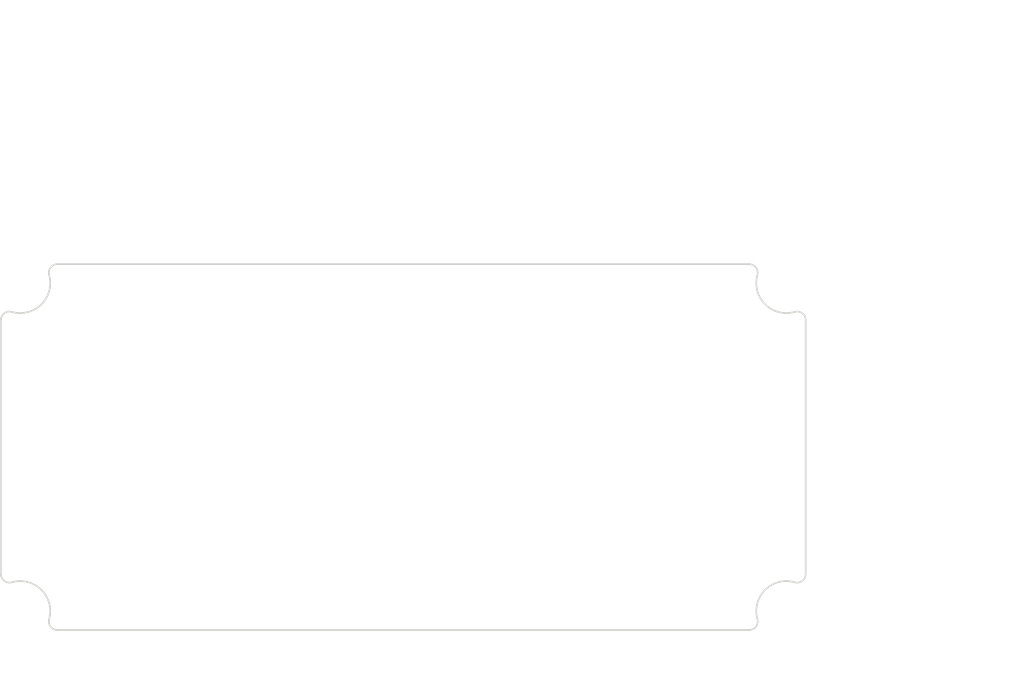
<source format=kicad_pcb>
(kicad_pcb (version 20171130) (host pcbnew "(5.1.0)-1")

  (general
    (thickness 1.6)
    (drawings 48)
    (tracks 0)
    (zones 0)
    (modules 0)
    (nets 1)
  )

  (page A4)
  (layers
    (0 F.Cu signal)
    (31 B.Cu signal)
    (32 B.Adhes user)
    (33 F.Adhes user)
    (34 B.Paste user)
    (35 F.Paste user)
    (36 B.SilkS user)
    (37 F.SilkS user)
    (38 B.Mask user)
    (39 F.Mask user)
    (40 Dwgs.User user)
    (41 Cmts.User user)
    (42 Eco1.User user)
    (43 Eco2.User user)
    (44 Edge.Cuts user)
    (45 Margin user)
    (46 B.CrtYd user)
    (47 F.CrtYd user)
    (48 B.Fab user)
    (49 F.Fab user)
  )

  (setup
    (last_trace_width 0.25)
    (trace_clearance 0.2)
    (zone_clearance 0.508)
    (zone_45_only no)
    (trace_min 0.2)
    (via_size 0.8)
    (via_drill 0.4)
    (via_min_size 0.4)
    (via_min_drill 0.3)
    (uvia_size 0.3)
    (uvia_drill 0.1)
    (uvias_allowed no)
    (uvia_min_size 0.2)
    (uvia_min_drill 0.1)
    (edge_width 0.05)
    (segment_width 0.2)
    (pcb_text_width 0.3)
    (pcb_text_size 1.5 1.5)
    (mod_edge_width 0.12)
    (mod_text_size 1 1)
    (mod_text_width 0.15)
    (pad_size 1.524 1.524)
    (pad_drill 0.762)
    (pad_to_mask_clearance 0.051)
    (solder_mask_min_width 0.25)
    (aux_axis_origin 0 0)
    (visible_elements FFFFFF7F)
    (pcbplotparams
      (layerselection 0x010fc_ffffffff)
      (usegerberextensions false)
      (usegerberattributes false)
      (usegerberadvancedattributes false)
      (creategerberjobfile false)
      (excludeedgelayer true)
      (linewidth 0.152400)
      (plotframeref false)
      (viasonmask false)
      (mode 1)
      (useauxorigin false)
      (hpglpennumber 1)
      (hpglpenspeed 20)
      (hpglpendiameter 15.000000)
      (psnegative false)
      (psa4output false)
      (plotreference true)
      (plotvalue true)
      (plotinvisibletext false)
      (padsonsilk false)
      (subtractmaskfromsilk false)
      (outputformat 1)
      (mirror false)
      (drillshape 1)
      (scaleselection 1)
      (outputdirectory ""))
  )

  (net 0 "")

  (net_class Default "This is the default net class."
    (clearance 0.2)
    (trace_width 0.25)
    (via_dia 0.8)
    (via_drill 0.4)
    (uvia_dia 0.3)
    (uvia_drill 0.1)
  )

  (gr_line (start 92.325045 80.503859) (end 92.325045 110.065512) (layer Edge.Cuts) (width 0.2))
  (gr_line (start 98.912155 73.980877) (end 179.445551 73.980877) (layer Edge.Cuts) (width 0.2))
  (gr_arc (start 94.573934 76.179766) (end 93.602524 79.543127) (angle -121.558243) (layer Edge.Cuts) (width 0.2))
  (gr_arc (start 93.325045 80.503859) (end 93.602524 79.543127) (angle -106.1098365) (layer Edge.Cuts) (width 0.2))
  (gr_arc (start 98.912155 74.980877) (end 98.912155 73.980877) (angle -105.4484065) (layer Edge.Cuts) (width 0.2))
  (gr_line (start 179.445551 116.588494) (end 98.912155 116.588494) (layer Edge.Cuts) (width 0.2))
  (gr_arc (start 93.325045 110.065512) (end 92.325045 110.065512) (angle -106.1098365) (layer Edge.Cuts) (width 0.2))
  (gr_arc (start 94.573934 114.389604) (end 97.948285 115.322123) (angle -121.558243) (layer Edge.Cuts) (width 0.2))
  (gr_arc (start 98.912155 115.588494) (end 97.948285 115.322123) (angle -105.4484065) (layer Edge.Cuts) (width 0.2))
  (gr_line (start 186.032661 110.065512) (end 186.032661 80.503859) (layer Edge.Cuts) (width 0.2))
  (gr_arc (start 185.032661 80.503859) (end 186.032661 80.503859) (angle -106.1098365) (layer Edge.Cuts) (width 0.2))
  (gr_arc (start 183.783772 76.179766) (end 180.409421 75.247247) (angle -121.558243) (layer Edge.Cuts) (width 0.2))
  (gr_arc (start 179.445551 74.980877) (end 180.409421 75.247247) (angle -105.4484065) (layer Edge.Cuts) (width 0.2))
  (gr_arc (start 185.032661 110.065512) (end 184.755182 111.026243) (angle -106.1098365) (layer Edge.Cuts) (width 0.2))
  (gr_arc (start 183.783772 114.389604) (end 184.755182 111.026243) (angle -121.558243) (layer Edge.Cuts) (width 0.2))
  (gr_arc (start 179.445551 115.588494) (end 179.445551 116.588494) (angle -105.4484065) (layer Edge.Cuts) (width 0.2))
  (gr_text [R0.04] (at 189.448607 123.058987) (layer Dwgs.User)
    (effects (font (size 1.7 1.53) (thickness 0.2125)))
  )
  (gr_text " R1.00" (at 189.448607 119.501552) (layer Dwgs.User)
    (effects (font (size 1.7 1.53) (thickness 0.2125)))
  )
  (gr_line (start 182.977836 121.169526) (end 181.049939 118.123437) (layer Dwgs.User) (width 0.2))
  (gr_line (start 184.977836 121.169526) (end 182.977836 121.169526) (layer Dwgs.User) (width 0.2))
  (gr_text [R0.14] (at 168.480972 108.90978) (layer Dwgs.User)
    (effects (font (size 1.7 1.53) (thickness 0.2125)))
  )
  (gr_text " R3.50" (at 168.480972 105.351764) (layer Dwgs.User)
    (effects (font (size 1.7 1.53) (thickness 0.2125)))
  )
  (gr_line (start 174.951743 107.020318) (end 179.560094 110.865443) (layer Dwgs.User) (width 0.2))
  (gr_line (start 172.951743 107.020318) (end 174.951743 107.020318) (layer Dwgs.User) (width 0.2))
  (gr_text [1.68] (at 207.445551 97.174146) (layer Dwgs.User)
    (effects (font (size 1.7 1.53) (thickness 0.2125)))
  )
  (gr_text " 42.61" (at 207.445551 93.616711) (layer Dwgs.User)
    (effects (font (size 1.7 1.53) (thickness 0.2125)))
  )
  (gr_line (start 207.445551 114.588494) (end 207.445551 98.84212) (layer Dwgs.User) (width 0.2))
  (gr_line (start 207.445551 75.980877) (end 207.445551 91.72725) (layer Dwgs.User) (width 0.2))
  (gr_line (start 180.445551 116.588494) (end 210.620551 116.588494) (layer Dwgs.User) (width 0.2))
  (gr_line (start 180.445551 73.980877) (end 210.620551 73.980877) (layer Dwgs.User) (width 0.2))
  (gr_text [1.24] (at 194.755182 97.174146) (layer Dwgs.User)
    (effects (font (size 1.7 1.53) (thickness 0.2125)))
  )
  (gr_text " 31.48" (at 194.755182 93.616131) (layer Dwgs.User)
    (effects (font (size 1.7 1.53) (thickness 0.2125)))
  )
  (gr_line (start 194.755182 109.026243) (end 194.755182 98.8427) (layer Dwgs.User) (width 0.2))
  (gr_line (start 194.755182 81.543127) (end 194.755182 91.72667) (layer Dwgs.User) (width 0.2))
  (gr_line (start 185.755182 111.026243) (end 197.930182 111.026243) (layer Dwgs.User) (width 0.2))
  (gr_line (start 185.755182 79.543127) (end 197.930182 79.543127) (layer Dwgs.User) (width 0.2))
  (gr_text [3.25] (at 139.178853 63.586925) (layer Dwgs.User)
    (effects (font (size 1.7 1.53) (thickness 0.2125)))
  )
  (gr_text " 82.46" (at 139.178853 60.02949) (layer Dwgs.User)
    (effects (font (size 1.7 1.53) (thickness 0.2125)))
  )
  (gr_line (start 99.948285 61.697464) (end 135.131922 61.697464) (layer Dwgs.User) (width 0.2))
  (gr_line (start 178.409421 61.697464) (end 143.225784 61.697464) (layer Dwgs.User) (width 0.2))
  (gr_line (start 97.948285 74.247247) (end 97.948285 58.522464) (layer Dwgs.User) (width 0.2))
  (gr_line (start 180.409421 74.247247) (end 180.409421 58.522464) (layer Dwgs.User) (width 0.2))
  (gr_text [3.69] (at 139.178853 48.39332) (layer Dwgs.User)
    (effects (font (size 1.7 1.53) (thickness 0.2125)))
  )
  (gr_text " 93.71" (at 139.178853 44.835305) (layer Dwgs.User)
    (effects (font (size 1.7 1.53) (thickness 0.2125)))
  )
  (gr_line (start 184.032661 46.503859) (end 143.062277 46.503859) (layer Dwgs.User) (width 0.2))
  (gr_line (start 94.325045 46.503859) (end 135.295429 46.503859) (layer Dwgs.User) (width 0.2))
  (gr_line (start 186.032661 79.503859) (end 186.032661 43.328859) (layer Dwgs.User) (width 0.2))
  (gr_line (start 92.325045 79.503859) (end 92.325045 43.328859) (layer Dwgs.User) (width 0.2))

)

</source>
